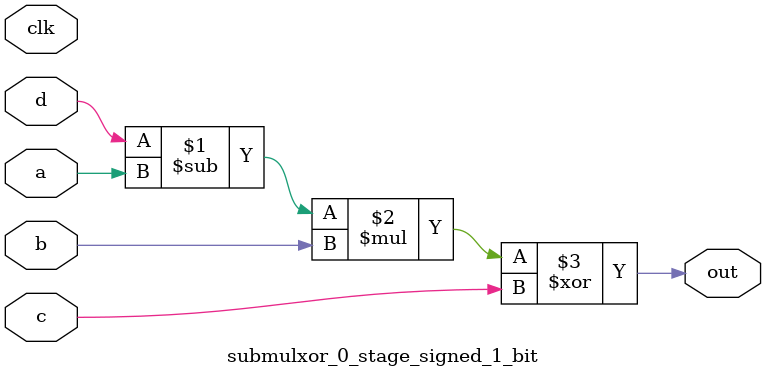
<source format=sv>
(* use_dsp = "yes" *) module submulxor_0_stage_signed_1_bit(
	input signed [0:0] a,
	input signed [0:0] b,
	input signed [0:0] c,
	input signed [0:0] d,
	output [0:0] out,
	input clk);

	assign out = ((d - a) * b) ^ c;
endmodule

</source>
